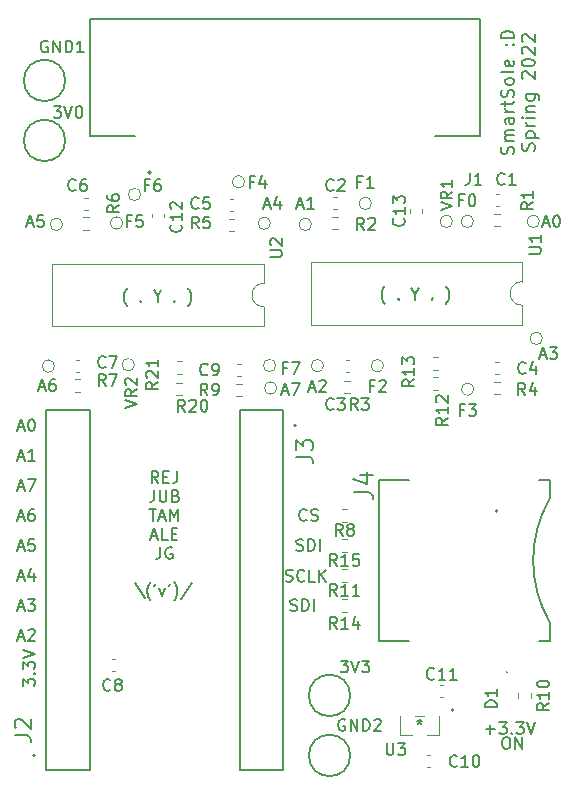
<source format=gbr>
%TF.GenerationSoftware,KiCad,Pcbnew,(6.0.2)*%
%TF.CreationDate,2022-03-10T22:08:29-05:00*%
%TF.ProjectId,SmartSole-Rev1,536d6172-7453-46f6-9c65-2d526576312e,rev?*%
%TF.SameCoordinates,Original*%
%TF.FileFunction,Legend,Top*%
%TF.FilePolarity,Positive*%
%FSLAX46Y46*%
G04 Gerber Fmt 4.6, Leading zero omitted, Abs format (unit mm)*
G04 Created by KiCad (PCBNEW (6.0.2)) date 2022-03-10 22:08:29*
%MOMM*%
%LPD*%
G01*
G04 APERTURE LIST*
%ADD10C,0.150000*%
%ADD11C,0.120000*%
%ADD12C,0.127000*%
%ADD13C,0.200000*%
G04 APERTURE END LIST*
D10*
X92200881Y-57868502D02*
X92153262Y-57820883D01*
X92058024Y-57678026D01*
X92010405Y-57582788D01*
X91962786Y-57439930D01*
X91915167Y-57201835D01*
X91915167Y-57011359D01*
X91962786Y-56773264D01*
X92010405Y-56630407D01*
X92058024Y-56535169D01*
X92153262Y-56392311D01*
X92200881Y-56344692D01*
X93343738Y-57392311D02*
X93391357Y-57439930D01*
X93343738Y-57487549D01*
X93296119Y-57439930D01*
X93343738Y-57392311D01*
X93343738Y-57487549D01*
X94772310Y-57011359D02*
X94772310Y-57487549D01*
X94438976Y-56487549D02*
X94772310Y-57011359D01*
X95105643Y-56487549D01*
X96200881Y-57392311D02*
X96248500Y-57439930D01*
X96200881Y-57487549D01*
X96153262Y-57439930D01*
X96200881Y-57392311D01*
X96200881Y-57487549D01*
X97343738Y-57868502D02*
X97391357Y-57820883D01*
X97486595Y-57678026D01*
X97534214Y-57582788D01*
X97581833Y-57439930D01*
X97629452Y-57201835D01*
X97629452Y-57011359D01*
X97581833Y-56773264D01*
X97534214Y-56630407D01*
X97486595Y-56535169D01*
X97391357Y-56392311D01*
X97343738Y-56344692D01*
X70371760Y-58047430D02*
X70324141Y-57999811D01*
X70228903Y-57856954D01*
X70181284Y-57761716D01*
X70133665Y-57618858D01*
X70086046Y-57380763D01*
X70086046Y-57190287D01*
X70133665Y-56952192D01*
X70181284Y-56809335D01*
X70228903Y-56714097D01*
X70324141Y-56571239D01*
X70371760Y-56523620D01*
X71514617Y-57571239D02*
X71562236Y-57618858D01*
X71514617Y-57666477D01*
X71466998Y-57618858D01*
X71514617Y-57571239D01*
X71514617Y-57666477D01*
X72943189Y-57190287D02*
X72943189Y-57666477D01*
X72609855Y-56666477D02*
X72943189Y-57190287D01*
X73276522Y-56666477D01*
X74371760Y-57571239D02*
X74419379Y-57618858D01*
X74371760Y-57666477D01*
X74324141Y-57618858D01*
X74371760Y-57571239D01*
X74371760Y-57666477D01*
X75514617Y-58047430D02*
X75562236Y-57999811D01*
X75657474Y-57856954D01*
X75705093Y-57761716D01*
X75752712Y-57618858D01*
X75800331Y-57380763D01*
X75800331Y-57190287D01*
X75752712Y-56952192D01*
X75705093Y-56809335D01*
X75657474Y-56714097D01*
X75562236Y-56571239D01*
X75514617Y-56523620D01*
X71056308Y-81477142D02*
X71913451Y-82762857D01*
X72342022Y-82953333D02*
X72294403Y-82905714D01*
X72199165Y-82762857D01*
X72151546Y-82667619D01*
X72103927Y-82524761D01*
X72056308Y-82286666D01*
X72056308Y-82096190D01*
X72103927Y-81858095D01*
X72151546Y-81715238D01*
X72199165Y-81620000D01*
X72294403Y-81477142D01*
X72342022Y-81429523D01*
X72770594Y-81572380D02*
X72675356Y-81762857D01*
X73103927Y-81905714D02*
X73342022Y-82572380D01*
X73580118Y-81905714D01*
X74008689Y-81572380D02*
X73913451Y-81762857D01*
X74342022Y-82953333D02*
X74389641Y-82905714D01*
X74484879Y-82762857D01*
X74532499Y-82667619D01*
X74580118Y-82524761D01*
X74627737Y-82286666D01*
X74627737Y-82096190D01*
X74580118Y-81858095D01*
X74532499Y-81715238D01*
X74484879Y-81620000D01*
X74389641Y-81477142D01*
X74342022Y-81429523D01*
X75818213Y-81524761D02*
X74961070Y-82810476D01*
X73008689Y-73002380D02*
X72675356Y-72526190D01*
X72437260Y-73002380D02*
X72437260Y-72002380D01*
X72818213Y-72002380D01*
X72913451Y-72050000D01*
X72961070Y-72097619D01*
X73008689Y-72192857D01*
X73008689Y-72335714D01*
X72961070Y-72430952D01*
X72913451Y-72478571D01*
X72818213Y-72526190D01*
X72437260Y-72526190D01*
X73437260Y-72478571D02*
X73770594Y-72478571D01*
X73913451Y-73002380D02*
X73437260Y-73002380D01*
X73437260Y-72002380D01*
X73913451Y-72002380D01*
X74627737Y-72002380D02*
X74627737Y-72716666D01*
X74580118Y-72859523D01*
X74484879Y-72954761D01*
X74342022Y-73002380D01*
X74246784Y-73002380D01*
X72651546Y-73612380D02*
X72651546Y-74326666D01*
X72603927Y-74469523D01*
X72508689Y-74564761D01*
X72365832Y-74612380D01*
X72270594Y-74612380D01*
X73127737Y-73612380D02*
X73127737Y-74421904D01*
X73175356Y-74517142D01*
X73222975Y-74564761D01*
X73318213Y-74612380D01*
X73508689Y-74612380D01*
X73603927Y-74564761D01*
X73651546Y-74517142D01*
X73699165Y-74421904D01*
X73699165Y-73612380D01*
X74508689Y-74088571D02*
X74651546Y-74136190D01*
X74699165Y-74183809D01*
X74746784Y-74279047D01*
X74746784Y-74421904D01*
X74699165Y-74517142D01*
X74651546Y-74564761D01*
X74556308Y-74612380D01*
X74175356Y-74612380D01*
X74175356Y-73612380D01*
X74508689Y-73612380D01*
X74603927Y-73660000D01*
X74651546Y-73707619D01*
X74699165Y-73802857D01*
X74699165Y-73898095D01*
X74651546Y-73993333D01*
X74603927Y-74040952D01*
X74508689Y-74088571D01*
X74175356Y-74088571D01*
X72246784Y-75222380D02*
X72818213Y-75222380D01*
X72532499Y-76222380D02*
X72532499Y-75222380D01*
X73103927Y-75936666D02*
X73580118Y-75936666D01*
X73008689Y-76222380D02*
X73342022Y-75222380D01*
X73675356Y-76222380D01*
X74008689Y-76222380D02*
X74008689Y-75222380D01*
X74342022Y-75936666D01*
X74675356Y-75222380D01*
X74675356Y-76222380D01*
X72437260Y-77546666D02*
X72913451Y-77546666D01*
X72342022Y-77832380D02*
X72675356Y-76832380D01*
X73008689Y-77832380D01*
X73818213Y-77832380D02*
X73342022Y-77832380D01*
X73342022Y-76832380D01*
X74151546Y-77308571D02*
X74484879Y-77308571D01*
X74627737Y-77832380D02*
X74151546Y-77832380D01*
X74151546Y-76832380D01*
X74627737Y-76832380D01*
X73175356Y-78442380D02*
X73175356Y-79156666D01*
X73127737Y-79299523D01*
X73032499Y-79394761D01*
X72889641Y-79442380D01*
X72794403Y-79442380D01*
X74175356Y-78490000D02*
X74080118Y-78442380D01*
X73937260Y-78442380D01*
X73794403Y-78490000D01*
X73699165Y-78585238D01*
X73651546Y-78680476D01*
X73603927Y-78870952D01*
X73603927Y-79013809D01*
X73651546Y-79204285D01*
X73699165Y-79299523D01*
X73794403Y-79394761D01*
X73937260Y-79442380D01*
X74032499Y-79442380D01*
X74175356Y-79394761D01*
X74222975Y-79347142D01*
X74222975Y-79013809D01*
X74032499Y-79013809D01*
X61134213Y-78476666D02*
X61610403Y-78476666D01*
X61038975Y-78762380D02*
X61372308Y-77762380D01*
X61705641Y-78762380D01*
X62515165Y-77762380D02*
X62038975Y-77762380D01*
X61991356Y-78238571D01*
X62038975Y-78190952D01*
X62134213Y-78143333D01*
X62372308Y-78143333D01*
X62467546Y-78190952D01*
X62515165Y-78238571D01*
X62562784Y-78333809D01*
X62562784Y-78571904D01*
X62515165Y-78667142D01*
X62467546Y-78714761D01*
X62372308Y-78762380D01*
X62134213Y-78762380D01*
X62038975Y-78714761D01*
X61991356Y-78667142D01*
X61134213Y-73396666D02*
X61610403Y-73396666D01*
X61038975Y-73682380D02*
X61372308Y-72682380D01*
X61705641Y-73682380D01*
X61943737Y-72682380D02*
X62610403Y-72682380D01*
X62181832Y-73682380D01*
X61134213Y-81016666D02*
X61610403Y-81016666D01*
X61038975Y-81302380D02*
X61372308Y-80302380D01*
X61705641Y-81302380D01*
X62467546Y-80635714D02*
X62467546Y-81302380D01*
X62229451Y-80254761D02*
X61991356Y-80969047D01*
X62610403Y-80969047D01*
X61554879Y-90200190D02*
X61554879Y-89581142D01*
X61935832Y-89914476D01*
X61935832Y-89771619D01*
X61983451Y-89676380D01*
X62031070Y-89628761D01*
X62126308Y-89581142D01*
X62364403Y-89581142D01*
X62459641Y-89628761D01*
X62507260Y-89676380D01*
X62554879Y-89771619D01*
X62554879Y-90057333D01*
X62507260Y-90152571D01*
X62459641Y-90200190D01*
X62459641Y-89152571D02*
X62507260Y-89104952D01*
X62554879Y-89152571D01*
X62507260Y-89200190D01*
X62459641Y-89152571D01*
X62554879Y-89152571D01*
X61554879Y-88771619D02*
X61554879Y-88152571D01*
X61935832Y-88485904D01*
X61935832Y-88343047D01*
X61983451Y-88247809D01*
X62031070Y-88200190D01*
X62126308Y-88152571D01*
X62364403Y-88152571D01*
X62459641Y-88200190D01*
X62507260Y-88247809D01*
X62554879Y-88343047D01*
X62554879Y-88628761D01*
X62507260Y-88724000D01*
X62459641Y-88771619D01*
X61554879Y-87866857D02*
X62554879Y-87533523D01*
X61554879Y-87200190D01*
X83804548Y-81316612D02*
X83947405Y-81364231D01*
X84185501Y-81364231D01*
X84280739Y-81316612D01*
X84328358Y-81268993D01*
X84375977Y-81173755D01*
X84375977Y-81078517D01*
X84328358Y-80983279D01*
X84280739Y-80935660D01*
X84185501Y-80888041D01*
X83995025Y-80840422D01*
X83899786Y-80792803D01*
X83852167Y-80745184D01*
X83804548Y-80649946D01*
X83804548Y-80554708D01*
X83852167Y-80459470D01*
X83899786Y-80411851D01*
X83995025Y-80364231D01*
X84233120Y-80364231D01*
X84375977Y-80411851D01*
X85375977Y-81268993D02*
X85328358Y-81316612D01*
X85185501Y-81364231D01*
X85090263Y-81364231D01*
X84947405Y-81316612D01*
X84852167Y-81221374D01*
X84804548Y-81126136D01*
X84756929Y-80935660D01*
X84756929Y-80792803D01*
X84804548Y-80602327D01*
X84852167Y-80507089D01*
X84947405Y-80411851D01*
X85090263Y-80364231D01*
X85185501Y-80364231D01*
X85328358Y-80411851D01*
X85375977Y-80459470D01*
X86280739Y-81364231D02*
X85804548Y-81364231D01*
X85804548Y-80364231D01*
X86614072Y-81364231D02*
X86614072Y-80364231D01*
X87185501Y-81364231D02*
X86756929Y-80792803D01*
X87185501Y-80364231D02*
X86614072Y-80935660D01*
X61134213Y-83556666D02*
X61610403Y-83556666D01*
X61038975Y-83842380D02*
X61372308Y-82842380D01*
X61705641Y-83842380D01*
X61943737Y-82842380D02*
X62562784Y-82842380D01*
X62229451Y-83223333D01*
X62372308Y-83223333D01*
X62467546Y-83270952D01*
X62515165Y-83318571D01*
X62562784Y-83413809D01*
X62562784Y-83651904D01*
X62515165Y-83747142D01*
X62467546Y-83794761D01*
X62372308Y-83842380D01*
X62086594Y-83842380D01*
X61991356Y-83794761D01*
X61943737Y-83747142D01*
X84700689Y-78714761D02*
X84843546Y-78762380D01*
X85081641Y-78762380D01*
X85176879Y-78714761D01*
X85224499Y-78667142D01*
X85272118Y-78571904D01*
X85272118Y-78476666D01*
X85224499Y-78381428D01*
X85176879Y-78333809D01*
X85081641Y-78286190D01*
X84891165Y-78238571D01*
X84795927Y-78190952D01*
X84748308Y-78143333D01*
X84700689Y-78048095D01*
X84700689Y-77952857D01*
X84748308Y-77857619D01*
X84795927Y-77810000D01*
X84891165Y-77762380D01*
X85129260Y-77762380D01*
X85272118Y-77810000D01*
X85700689Y-78762380D02*
X85700689Y-77762380D01*
X85938784Y-77762380D01*
X86081641Y-77810000D01*
X86176879Y-77905238D01*
X86224499Y-78000476D01*
X86272118Y-78190952D01*
X86272118Y-78333809D01*
X86224499Y-78524285D01*
X86176879Y-78619523D01*
X86081641Y-78714761D01*
X85938784Y-78762380D01*
X85700689Y-78762380D01*
X86700689Y-78762380D02*
X86700689Y-77762380D01*
X61134213Y-70856666D02*
X61610403Y-70856666D01*
X61038975Y-71142380D02*
X61372308Y-70142380D01*
X61705641Y-71142380D01*
X62562784Y-71142380D02*
X61991356Y-71142380D01*
X62277070Y-71142380D02*
X62277070Y-70142380D01*
X62181832Y-70285238D01*
X62086594Y-70380476D01*
X61991356Y-70428095D01*
X84192689Y-83794761D02*
X84335546Y-83842380D01*
X84573641Y-83842380D01*
X84668879Y-83794761D01*
X84716499Y-83747142D01*
X84764118Y-83651904D01*
X84764118Y-83556666D01*
X84716499Y-83461428D01*
X84668879Y-83413809D01*
X84573641Y-83366190D01*
X84383165Y-83318571D01*
X84287927Y-83270952D01*
X84240308Y-83223333D01*
X84192689Y-83128095D01*
X84192689Y-83032857D01*
X84240308Y-82937619D01*
X84287927Y-82890000D01*
X84383165Y-82842380D01*
X84621260Y-82842380D01*
X84764118Y-82890000D01*
X85192689Y-83842380D02*
X85192689Y-82842380D01*
X85430784Y-82842380D01*
X85573641Y-82890000D01*
X85668879Y-82985238D01*
X85716499Y-83080476D01*
X85764118Y-83270952D01*
X85764118Y-83413809D01*
X85716499Y-83604285D01*
X85668879Y-83699523D01*
X85573641Y-83794761D01*
X85430784Y-83842380D01*
X85192689Y-83842380D01*
X86192689Y-83842380D02*
X86192689Y-82842380D01*
X100742499Y-93875428D02*
X101504403Y-93875428D01*
X101123451Y-94256380D02*
X101123451Y-93494476D01*
X101885356Y-93256380D02*
X102504403Y-93256380D01*
X102171070Y-93637333D01*
X102313927Y-93637333D01*
X102409165Y-93684952D01*
X102456784Y-93732571D01*
X102504403Y-93827809D01*
X102504403Y-94065904D01*
X102456784Y-94161142D01*
X102409165Y-94208761D01*
X102313927Y-94256380D01*
X102028213Y-94256380D01*
X101932975Y-94208761D01*
X101885356Y-94161142D01*
X102932975Y-94161142D02*
X102980594Y-94208761D01*
X102932975Y-94256380D01*
X102885356Y-94208761D01*
X102932975Y-94161142D01*
X102932975Y-94256380D01*
X103313927Y-93256380D02*
X103932975Y-93256380D01*
X103599641Y-93637333D01*
X103742499Y-93637333D01*
X103837737Y-93684952D01*
X103885356Y-93732571D01*
X103932975Y-93827809D01*
X103932975Y-94065904D01*
X103885356Y-94161142D01*
X103837737Y-94208761D01*
X103742499Y-94256380D01*
X103456784Y-94256380D01*
X103361546Y-94208761D01*
X103313927Y-94161142D01*
X104218689Y-93256380D02*
X104552022Y-94256380D01*
X104885356Y-93256380D01*
X85557832Y-76127142D02*
X85510213Y-76174761D01*
X85367356Y-76222380D01*
X85272118Y-76222380D01*
X85129260Y-76174761D01*
X85034022Y-76079523D01*
X84986403Y-75984285D01*
X84938784Y-75793809D01*
X84938784Y-75650952D01*
X84986403Y-75460476D01*
X85034022Y-75365238D01*
X85129260Y-75270000D01*
X85272118Y-75222380D01*
X85367356Y-75222380D01*
X85510213Y-75270000D01*
X85557832Y-75317619D01*
X85938784Y-76174761D02*
X86081641Y-76222380D01*
X86319737Y-76222380D01*
X86414975Y-76174761D01*
X86462594Y-76127142D01*
X86510213Y-76031904D01*
X86510213Y-75936666D01*
X86462594Y-75841428D01*
X86414975Y-75793809D01*
X86319737Y-75746190D01*
X86129260Y-75698571D01*
X86034022Y-75650952D01*
X85986403Y-75603333D01*
X85938784Y-75508095D01*
X85938784Y-75412857D01*
X85986403Y-75317619D01*
X86034022Y-75270000D01*
X86129260Y-75222380D01*
X86367356Y-75222380D01*
X86510213Y-75270000D01*
X102377451Y-94526380D02*
X102567927Y-94526380D01*
X102663165Y-94574000D01*
X102758403Y-94669238D01*
X102806022Y-94859714D01*
X102806022Y-95193047D01*
X102758403Y-95383523D01*
X102663165Y-95478761D01*
X102567927Y-95526380D01*
X102377451Y-95526380D01*
X102282213Y-95478761D01*
X102186975Y-95383523D01*
X102139356Y-95193047D01*
X102139356Y-94859714D01*
X102186975Y-94669238D01*
X102282213Y-94574000D01*
X102377451Y-94526380D01*
X103234594Y-95526380D02*
X103234594Y-94526380D01*
X103806022Y-95526380D01*
X103806022Y-94526380D01*
X61134213Y-86096666D02*
X61610403Y-86096666D01*
X61038975Y-86382380D02*
X61372308Y-85382380D01*
X61705641Y-86382380D01*
X61991356Y-85477619D02*
X62038975Y-85430000D01*
X62134213Y-85382380D01*
X62372308Y-85382380D01*
X62467546Y-85430000D01*
X62515165Y-85477619D01*
X62562784Y-85572857D01*
X62562784Y-85668095D01*
X62515165Y-85810952D01*
X61943737Y-86382380D01*
X62562784Y-86382380D01*
X61134213Y-75936666D02*
X61610403Y-75936666D01*
X61038975Y-76222380D02*
X61372308Y-75222380D01*
X61705641Y-76222380D01*
X62467546Y-75222380D02*
X62277070Y-75222380D01*
X62181832Y-75270000D01*
X62134213Y-75317619D01*
X62038975Y-75460476D01*
X61991356Y-75650952D01*
X61991356Y-76031904D01*
X62038975Y-76127142D01*
X62086594Y-76174761D01*
X62181832Y-76222380D01*
X62372308Y-76222380D01*
X62467546Y-76174761D01*
X62515165Y-76127142D01*
X62562784Y-76031904D01*
X62562784Y-75793809D01*
X62515165Y-75698571D01*
X62467546Y-75650952D01*
X62372308Y-75603333D01*
X62181832Y-75603333D01*
X62086594Y-75650952D01*
X62038975Y-75698571D01*
X61991356Y-75793809D01*
X103064237Y-45167904D02*
X103116618Y-45010761D01*
X103116618Y-44748857D01*
X103064237Y-44644095D01*
X103011856Y-44591714D01*
X102907094Y-44539333D01*
X102802332Y-44539333D01*
X102697570Y-44591714D01*
X102645189Y-44644095D01*
X102592808Y-44748857D01*
X102540427Y-44958380D01*
X102488046Y-45063142D01*
X102435665Y-45115523D01*
X102330903Y-45167904D01*
X102226141Y-45167904D01*
X102121379Y-45115523D01*
X102068999Y-45063142D01*
X102016618Y-44958380D01*
X102016618Y-44696476D01*
X102068999Y-44539333D01*
X103116618Y-44067904D02*
X102383284Y-44067904D01*
X102488046Y-44067904D02*
X102435665Y-44015523D01*
X102383284Y-43910761D01*
X102383284Y-43753619D01*
X102435665Y-43648857D01*
X102540427Y-43596476D01*
X103116618Y-43596476D01*
X102540427Y-43596476D02*
X102435665Y-43544095D01*
X102383284Y-43439333D01*
X102383284Y-43282190D01*
X102435665Y-43177428D01*
X102540427Y-43125047D01*
X103116618Y-43125047D01*
X103116618Y-42129809D02*
X102540427Y-42129809D01*
X102435665Y-42182190D01*
X102383284Y-42286952D01*
X102383284Y-42496476D01*
X102435665Y-42601238D01*
X103064237Y-42129809D02*
X103116618Y-42234571D01*
X103116618Y-42496476D01*
X103064237Y-42601238D01*
X102959475Y-42653619D01*
X102854713Y-42653619D01*
X102749951Y-42601238D01*
X102697570Y-42496476D01*
X102697570Y-42234571D01*
X102645189Y-42129809D01*
X103116618Y-41606000D02*
X102383284Y-41606000D01*
X102592808Y-41606000D02*
X102488046Y-41553619D01*
X102435665Y-41501238D01*
X102383284Y-41396476D01*
X102383284Y-41291714D01*
X102383284Y-41082190D02*
X102383284Y-40663142D01*
X102016618Y-40925047D02*
X102959475Y-40925047D01*
X103064237Y-40872666D01*
X103116618Y-40767904D01*
X103116618Y-40663142D01*
X103064237Y-40348857D02*
X103116618Y-40191714D01*
X103116618Y-39929809D01*
X103064237Y-39825047D01*
X103011856Y-39772666D01*
X102907094Y-39720285D01*
X102802332Y-39720285D01*
X102697570Y-39772666D01*
X102645189Y-39825047D01*
X102592808Y-39929809D01*
X102540427Y-40139333D01*
X102488046Y-40244095D01*
X102435665Y-40296476D01*
X102330903Y-40348857D01*
X102226141Y-40348857D01*
X102121379Y-40296476D01*
X102068999Y-40244095D01*
X102016618Y-40139333D01*
X102016618Y-39877428D01*
X102068999Y-39720285D01*
X103116618Y-39091714D02*
X103064237Y-39196476D01*
X103011856Y-39248857D01*
X102907094Y-39301238D01*
X102592808Y-39301238D01*
X102488046Y-39248857D01*
X102435665Y-39196476D01*
X102383284Y-39091714D01*
X102383284Y-38934571D01*
X102435665Y-38829809D01*
X102488046Y-38777428D01*
X102592808Y-38725047D01*
X102907094Y-38725047D01*
X103011856Y-38777428D01*
X103064237Y-38829809D01*
X103116618Y-38934571D01*
X103116618Y-39091714D01*
X103116618Y-38096476D02*
X103064237Y-38201238D01*
X102959475Y-38253619D01*
X102016618Y-38253619D01*
X103064237Y-37258380D02*
X103116618Y-37363142D01*
X103116618Y-37572666D01*
X103064237Y-37677428D01*
X102959475Y-37729809D01*
X102540427Y-37729809D01*
X102435665Y-37677428D01*
X102383284Y-37572666D01*
X102383284Y-37363142D01*
X102435665Y-37258380D01*
X102540427Y-37206000D01*
X102645189Y-37206000D01*
X102749951Y-37729809D01*
X103011856Y-35896476D02*
X103064237Y-35844095D01*
X103116618Y-35896476D01*
X103064237Y-35948857D01*
X103011856Y-35896476D01*
X103116618Y-35896476D01*
X102435665Y-35896476D02*
X102488046Y-35844095D01*
X102540427Y-35896476D01*
X102488046Y-35948857D01*
X102435665Y-35896476D01*
X102540427Y-35896476D01*
X103116618Y-35372666D02*
X102016618Y-35372666D01*
X102016618Y-35110761D01*
X102068999Y-34953619D01*
X102173760Y-34848857D01*
X102278522Y-34796476D01*
X102488046Y-34744095D01*
X102645189Y-34744095D01*
X102854713Y-34796476D01*
X102959475Y-34848857D01*
X103064237Y-34953619D01*
X103116618Y-35110761D01*
X103116618Y-35372666D01*
X104835237Y-44879809D02*
X104887618Y-44722666D01*
X104887618Y-44460761D01*
X104835237Y-44356000D01*
X104782856Y-44303619D01*
X104678094Y-44251238D01*
X104573332Y-44251238D01*
X104468570Y-44303619D01*
X104416189Y-44356000D01*
X104363808Y-44460761D01*
X104311427Y-44670285D01*
X104259046Y-44775047D01*
X104206665Y-44827428D01*
X104101903Y-44879809D01*
X103997141Y-44879809D01*
X103892379Y-44827428D01*
X103839999Y-44775047D01*
X103787618Y-44670285D01*
X103787618Y-44408380D01*
X103839999Y-44251238D01*
X104154284Y-43779809D02*
X105254284Y-43779809D01*
X104206665Y-43779809D02*
X104154284Y-43675047D01*
X104154284Y-43465523D01*
X104206665Y-43360761D01*
X104259046Y-43308380D01*
X104363808Y-43256000D01*
X104678094Y-43256000D01*
X104782856Y-43308380D01*
X104835237Y-43360761D01*
X104887618Y-43465523D01*
X104887618Y-43675047D01*
X104835237Y-43779809D01*
X104887618Y-42784571D02*
X104154284Y-42784571D01*
X104363808Y-42784571D02*
X104259046Y-42732190D01*
X104206665Y-42679809D01*
X104154284Y-42575047D01*
X104154284Y-42470285D01*
X104887618Y-42103619D02*
X104154284Y-42103619D01*
X103787618Y-42103619D02*
X103839999Y-42156000D01*
X103892379Y-42103619D01*
X103839999Y-42051238D01*
X103787618Y-42103619D01*
X103892379Y-42103619D01*
X104154284Y-41579809D02*
X104887618Y-41579809D01*
X104259046Y-41579809D02*
X104206665Y-41527428D01*
X104154284Y-41422666D01*
X104154284Y-41265523D01*
X104206665Y-41160761D01*
X104311427Y-41108380D01*
X104887618Y-41108380D01*
X104154284Y-40113142D02*
X105044760Y-40113142D01*
X105149522Y-40165523D01*
X105201903Y-40217904D01*
X105254284Y-40322666D01*
X105254284Y-40479809D01*
X105201903Y-40584571D01*
X104835237Y-40113142D02*
X104887618Y-40217904D01*
X104887618Y-40427428D01*
X104835237Y-40532190D01*
X104782856Y-40584571D01*
X104678094Y-40636952D01*
X104363808Y-40636952D01*
X104259046Y-40584571D01*
X104206665Y-40532190D01*
X104154284Y-40427428D01*
X104154284Y-40217904D01*
X104206665Y-40113142D01*
X103892379Y-38803619D02*
X103839999Y-38751238D01*
X103787618Y-38646476D01*
X103787618Y-38384571D01*
X103839999Y-38279809D01*
X103892379Y-38227428D01*
X103997141Y-38175047D01*
X104101903Y-38175047D01*
X104259046Y-38227428D01*
X104887618Y-38856000D01*
X104887618Y-38175047D01*
X103787618Y-37494095D02*
X103787618Y-37389333D01*
X103839999Y-37284571D01*
X103892379Y-37232190D01*
X103997141Y-37179809D01*
X104206665Y-37127428D01*
X104468570Y-37127428D01*
X104678094Y-37179809D01*
X104782856Y-37232190D01*
X104835237Y-37284571D01*
X104887618Y-37389333D01*
X104887618Y-37494095D01*
X104835237Y-37598857D01*
X104782856Y-37651238D01*
X104678094Y-37703619D01*
X104468570Y-37756000D01*
X104206665Y-37756000D01*
X103997141Y-37703619D01*
X103892379Y-37651238D01*
X103839999Y-37598857D01*
X103787618Y-37494095D01*
X103892379Y-36708380D02*
X103839999Y-36656000D01*
X103787618Y-36551238D01*
X103787618Y-36289333D01*
X103839999Y-36184571D01*
X103892379Y-36132190D01*
X103997141Y-36079809D01*
X104101903Y-36079809D01*
X104259046Y-36132190D01*
X104887618Y-36760761D01*
X104887618Y-36079809D01*
X103892379Y-35660761D02*
X103839999Y-35608380D01*
X103787618Y-35503619D01*
X103787618Y-35241714D01*
X103839999Y-35136952D01*
X103892379Y-35084571D01*
X103997141Y-35032190D01*
X104101903Y-35032190D01*
X104259046Y-35084571D01*
X104887618Y-35713142D01*
X104887618Y-35032190D01*
X61134213Y-68316666D02*
X61610403Y-68316666D01*
X61038975Y-68602380D02*
X61372308Y-67602380D01*
X61705641Y-68602380D01*
X62229451Y-67602380D02*
X62324689Y-67602380D01*
X62419927Y-67650000D01*
X62467546Y-67697619D01*
X62515165Y-67792857D01*
X62562784Y-67983333D01*
X62562784Y-68221428D01*
X62515165Y-68411904D01*
X62467546Y-68507142D01*
X62419927Y-68554761D01*
X62324689Y-68602380D01*
X62229451Y-68602380D01*
X62134213Y-68554761D01*
X62086594Y-68507142D01*
X62038975Y-68411904D01*
X61991356Y-68221428D01*
X61991356Y-67983333D01*
X62038975Y-67792857D01*
X62086594Y-67697619D01*
X62134213Y-67650000D01*
X62229451Y-67602380D01*
%TO.C,R21*%
X72968879Y-64474857D02*
X72492689Y-64808190D01*
X72968879Y-65046285D02*
X71968879Y-65046285D01*
X71968879Y-64665333D01*
X72016499Y-64570095D01*
X72064118Y-64522476D01*
X72159356Y-64474857D01*
X72302213Y-64474857D01*
X72397451Y-64522476D01*
X72445070Y-64570095D01*
X72492689Y-64665333D01*
X72492689Y-65046285D01*
X72064118Y-64093904D02*
X72016499Y-64046285D01*
X71968879Y-63951047D01*
X71968879Y-63712952D01*
X72016499Y-63617714D01*
X72064118Y-63570095D01*
X72159356Y-63522476D01*
X72254594Y-63522476D01*
X72397451Y-63570095D01*
X72968879Y-64141523D01*
X72968879Y-63522476D01*
X72968879Y-62570095D02*
X72968879Y-63141523D01*
X72968879Y-62855809D02*
X71968879Y-62855809D01*
X72111737Y-62951047D01*
X72206975Y-63046285D01*
X72254594Y-63141523D01*
%TO.C,R12*%
X97494318Y-67511974D02*
X97018128Y-67845307D01*
X97494318Y-68083402D02*
X96494318Y-68083402D01*
X96494318Y-67702450D01*
X96541938Y-67607212D01*
X96589557Y-67559593D01*
X96684795Y-67511974D01*
X96827652Y-67511974D01*
X96922890Y-67559593D01*
X96970509Y-67607212D01*
X97018128Y-67702450D01*
X97018128Y-68083402D01*
X97494318Y-66559593D02*
X97494318Y-67131021D01*
X97494318Y-66845307D02*
X96494318Y-66845307D01*
X96637176Y-66940545D01*
X96732414Y-67035783D01*
X96780033Y-67131021D01*
X96589557Y-66178640D02*
X96541938Y-66131021D01*
X96494318Y-66035783D01*
X96494318Y-65797688D01*
X96541938Y-65702450D01*
X96589557Y-65654831D01*
X96684795Y-65607212D01*
X96780033Y-65607212D01*
X96922890Y-65654831D01*
X97494318Y-66226259D01*
X97494318Y-65607212D01*
%TO.C,3V3*%
X88441687Y-88057298D02*
X89060735Y-88057298D01*
X88727402Y-88438251D01*
X88870259Y-88438251D01*
X88965497Y-88485870D01*
X89013116Y-88533489D01*
X89060735Y-88628727D01*
X89060735Y-88866822D01*
X89013116Y-88962060D01*
X88965497Y-89009679D01*
X88870259Y-89057298D01*
X88584544Y-89057298D01*
X88489306Y-89009679D01*
X88441687Y-88962060D01*
X89346449Y-88057298D02*
X89679783Y-89057298D01*
X90013116Y-88057298D01*
X90251211Y-88057298D02*
X90870259Y-88057298D01*
X90536925Y-88438251D01*
X90679783Y-88438251D01*
X90775021Y-88485870D01*
X90822640Y-88533489D01*
X90870259Y-88628727D01*
X90870259Y-88866822D01*
X90822640Y-88962060D01*
X90775021Y-89009679D01*
X90679783Y-89057298D01*
X90394068Y-89057298D01*
X90298830Y-89009679D01*
X90251211Y-88962060D01*
%TO.C,J3*%
X84694832Y-70791666D02*
X85694832Y-70791666D01*
X85894832Y-70858333D01*
X86028165Y-70991666D01*
X86094832Y-71191666D01*
X86094832Y-71325000D01*
X84694832Y-70258333D02*
X84694832Y-69391666D01*
X85228165Y-69858333D01*
X85228165Y-69658333D01*
X85294832Y-69525000D01*
X85361499Y-69458333D01*
X85494832Y-69391666D01*
X85828165Y-69391666D01*
X85961499Y-69458333D01*
X86028165Y-69525000D01*
X86094832Y-69658333D01*
X86094832Y-70058333D01*
X86028165Y-70191666D01*
X85961499Y-70258333D01*
%TO.C,R9*%
X77170831Y-65603380D02*
X76837498Y-65127190D01*
X76599402Y-65603380D02*
X76599402Y-64603380D01*
X76980355Y-64603380D01*
X77075593Y-64651000D01*
X77123212Y-64698619D01*
X77170831Y-64793857D01*
X77170831Y-64936714D01*
X77123212Y-65031952D01*
X77075593Y-65079571D01*
X76980355Y-65127190D01*
X76599402Y-65127190D01*
X77647021Y-65603380D02*
X77837498Y-65603380D01*
X77932736Y-65555761D01*
X77980355Y-65508142D01*
X78075593Y-65365285D01*
X78123212Y-65174809D01*
X78123212Y-64793857D01*
X78075593Y-64698619D01*
X78027974Y-64651000D01*
X77932736Y-64603380D01*
X77742259Y-64603380D01*
X77647021Y-64651000D01*
X77599402Y-64698619D01*
X77551783Y-64793857D01*
X77551783Y-65031952D01*
X77599402Y-65127190D01*
X77647021Y-65174809D01*
X77742259Y-65222428D01*
X77932736Y-65222428D01*
X78027974Y-65174809D01*
X78075593Y-65127190D01*
X78123212Y-65031952D01*
%TO.C,F0*%
X98802572Y-49068287D02*
X98469239Y-49068287D01*
X98469239Y-49592096D02*
X98469239Y-48592096D01*
X98945429Y-48592096D01*
X99516858Y-48592096D02*
X99612096Y-48592096D01*
X99707334Y-48639716D01*
X99754953Y-48687335D01*
X99802572Y-48782573D01*
X99850191Y-48973049D01*
X99850191Y-49211144D01*
X99802572Y-49401620D01*
X99754953Y-49496858D01*
X99707334Y-49544477D01*
X99612096Y-49592096D01*
X99516858Y-49592096D01*
X99421620Y-49544477D01*
X99374001Y-49496858D01*
X99326382Y-49401620D01*
X99278763Y-49211144D01*
X99278763Y-48973049D01*
X99326382Y-48782573D01*
X99374001Y-48687335D01*
X99421620Y-48639716D01*
X99516858Y-48592096D01*
%TO.C,3V0*%
X64148659Y-41104693D02*
X64767707Y-41104693D01*
X64434374Y-41485646D01*
X64577231Y-41485646D01*
X64672469Y-41533265D01*
X64720088Y-41580884D01*
X64767707Y-41676122D01*
X64767707Y-41914217D01*
X64720088Y-42009455D01*
X64672469Y-42057074D01*
X64577231Y-42104693D01*
X64291516Y-42104693D01*
X64196278Y-42057074D01*
X64148659Y-42009455D01*
X65053421Y-41104693D02*
X65386755Y-42104693D01*
X65720088Y-41104693D01*
X66243897Y-41104693D02*
X66339135Y-41104693D01*
X66434374Y-41152313D01*
X66481993Y-41199932D01*
X66529612Y-41295170D01*
X66577231Y-41485646D01*
X66577231Y-41723741D01*
X66529612Y-41914217D01*
X66481993Y-42009455D01*
X66434374Y-42057074D01*
X66339135Y-42104693D01*
X66243897Y-42104693D01*
X66148659Y-42057074D01*
X66101040Y-42009455D01*
X66053421Y-41914217D01*
X66005802Y-41723741D01*
X66005802Y-41485646D01*
X66053421Y-41295170D01*
X66101040Y-41199932D01*
X66148659Y-41152313D01*
X66243897Y-41104693D01*
%TO.C,R13*%
X94680444Y-64255917D02*
X94204254Y-64589250D01*
X94680444Y-64827345D02*
X93680444Y-64827345D01*
X93680444Y-64446393D01*
X93728064Y-64351155D01*
X93775683Y-64303536D01*
X93870921Y-64255917D01*
X94013778Y-64255917D01*
X94109016Y-64303536D01*
X94156635Y-64351155D01*
X94204254Y-64446393D01*
X94204254Y-64827345D01*
X94680444Y-63303536D02*
X94680444Y-63874964D01*
X94680444Y-63589250D02*
X93680444Y-63589250D01*
X93823302Y-63684488D01*
X93918540Y-63779726D01*
X93966159Y-63874964D01*
X93680444Y-62970202D02*
X93680444Y-62351155D01*
X94061397Y-62684488D01*
X94061397Y-62541631D01*
X94109016Y-62446393D01*
X94156635Y-62398774D01*
X94251873Y-62351155D01*
X94489968Y-62351155D01*
X94585206Y-62398774D01*
X94632825Y-62446393D01*
X94680444Y-62541631D01*
X94680444Y-62827345D01*
X94632825Y-62922583D01*
X94585206Y-62970202D01*
%TO.C,R4*%
X104070032Y-65554380D02*
X103736699Y-65078190D01*
X103498603Y-65554380D02*
X103498603Y-64554380D01*
X103879556Y-64554380D01*
X103974794Y-64602000D01*
X104022413Y-64649619D01*
X104070032Y-64744857D01*
X104070032Y-64887714D01*
X104022413Y-64982952D01*
X103974794Y-65030571D01*
X103879556Y-65078190D01*
X103498603Y-65078190D01*
X104927175Y-64887714D02*
X104927175Y-65554380D01*
X104689079Y-64506761D02*
X104450984Y-65221047D01*
X105070032Y-65221047D01*
%TO.C,F3*%
X98853165Y-66808571D02*
X98519832Y-66808571D01*
X98519832Y-67332380D02*
X98519832Y-66332380D01*
X98996022Y-66332380D01*
X99281737Y-66332380D02*
X99900784Y-66332380D01*
X99567451Y-66713333D01*
X99710308Y-66713333D01*
X99805546Y-66760952D01*
X99853165Y-66808571D01*
X99900784Y-66903809D01*
X99900784Y-67141904D01*
X99853165Y-67237142D01*
X99805546Y-67284761D01*
X99710308Y-67332380D01*
X99424594Y-67332380D01*
X99329356Y-67284761D01*
X99281737Y-67237142D01*
%TO.C,A4*%
X81962213Y-49520666D02*
X82438403Y-49520666D01*
X81866975Y-49806380D02*
X82200308Y-48806380D01*
X82533641Y-49806380D01*
X83295546Y-49139714D02*
X83295546Y-49806380D01*
X83057451Y-48758761D02*
X82819356Y-49473047D01*
X83438403Y-49473047D01*
%TO.C,A1*%
X84756213Y-49520666D02*
X85232403Y-49520666D01*
X84660975Y-49806380D02*
X84994308Y-48806380D01*
X85327641Y-49806380D01*
X86184784Y-49806380D02*
X85613356Y-49806380D01*
X85899070Y-49806380D02*
X85899070Y-48806380D01*
X85803832Y-48949238D01*
X85708594Y-49044476D01*
X85613356Y-49092095D01*
%TO.C,C6*%
X65999832Y-48187142D02*
X65952213Y-48234761D01*
X65809356Y-48282380D01*
X65714118Y-48282380D01*
X65571260Y-48234761D01*
X65476022Y-48139523D01*
X65428403Y-48044285D01*
X65380784Y-47853809D01*
X65380784Y-47710952D01*
X65428403Y-47520476D01*
X65476022Y-47425238D01*
X65571260Y-47330000D01*
X65714118Y-47282380D01*
X65809356Y-47282380D01*
X65952213Y-47330000D01*
X65999832Y-47377619D01*
X66856975Y-47282380D02*
X66666499Y-47282380D01*
X66571260Y-47330000D01*
X66523641Y-47377619D01*
X66428403Y-47520476D01*
X66380784Y-47710952D01*
X66380784Y-48091904D01*
X66428403Y-48187142D01*
X66476022Y-48234761D01*
X66571260Y-48282380D01*
X66761737Y-48282380D01*
X66856975Y-48234761D01*
X66904594Y-48187142D01*
X66952213Y-48091904D01*
X66952213Y-47853809D01*
X66904594Y-47758571D01*
X66856975Y-47710952D01*
X66761737Y-47663333D01*
X66571260Y-47663333D01*
X66476022Y-47710952D01*
X66428403Y-47758571D01*
X66380784Y-47853809D01*
%TO.C,R6*%
X69666879Y-49520666D02*
X69190689Y-49854000D01*
X69666879Y-50092095D02*
X68666879Y-50092095D01*
X68666879Y-49711142D01*
X68714499Y-49615904D01*
X68762118Y-49568285D01*
X68857356Y-49520666D01*
X69000213Y-49520666D01*
X69095451Y-49568285D01*
X69143070Y-49615904D01*
X69190689Y-49711142D01*
X69190689Y-50092095D01*
X68666879Y-48663523D02*
X68666879Y-48854000D01*
X68714499Y-48949238D01*
X68762118Y-48996857D01*
X68904975Y-49092095D01*
X69095451Y-49139714D01*
X69476403Y-49139714D01*
X69571641Y-49092095D01*
X69619260Y-49044476D01*
X69666879Y-48949238D01*
X69666879Y-48758761D01*
X69619260Y-48663523D01*
X69571641Y-48615904D01*
X69476403Y-48568285D01*
X69238308Y-48568285D01*
X69143070Y-48615904D01*
X69095451Y-48663523D01*
X69047832Y-48758761D01*
X69047832Y-48949238D01*
X69095451Y-49044476D01*
X69143070Y-49092095D01*
X69238308Y-49139714D01*
%TO.C,R8*%
X88605832Y-77492380D02*
X88272499Y-77016190D01*
X88034403Y-77492380D02*
X88034403Y-76492380D01*
X88415356Y-76492380D01*
X88510594Y-76540000D01*
X88558213Y-76587619D01*
X88605832Y-76682857D01*
X88605832Y-76825714D01*
X88558213Y-76920952D01*
X88510594Y-76968571D01*
X88415356Y-77016190D01*
X88034403Y-77016190D01*
X89177260Y-76920952D02*
X89082022Y-76873333D01*
X89034403Y-76825714D01*
X88986784Y-76730476D01*
X88986784Y-76682857D01*
X89034403Y-76587619D01*
X89082022Y-76540000D01*
X89177260Y-76492380D01*
X89367737Y-76492380D01*
X89462975Y-76540000D01*
X89510594Y-76587619D01*
X89558213Y-76682857D01*
X89558213Y-76730476D01*
X89510594Y-76825714D01*
X89462975Y-76873333D01*
X89367737Y-76920952D01*
X89177260Y-76920952D01*
X89082022Y-76968571D01*
X89034403Y-77016190D01*
X88986784Y-77111428D01*
X88986784Y-77301904D01*
X89034403Y-77397142D01*
X89082022Y-77444761D01*
X89177260Y-77492380D01*
X89367737Y-77492380D01*
X89462975Y-77444761D01*
X89510594Y-77397142D01*
X89558213Y-77301904D01*
X89558213Y-77111428D01*
X89510594Y-77016190D01*
X89462975Y-76968571D01*
X89367737Y-76920952D01*
%TO.C,R14*%
X88129641Y-85366380D02*
X87796308Y-84890190D01*
X87558213Y-85366380D02*
X87558213Y-84366380D01*
X87939165Y-84366380D01*
X88034403Y-84414000D01*
X88082022Y-84461619D01*
X88129641Y-84556857D01*
X88129641Y-84699714D01*
X88082022Y-84794952D01*
X88034403Y-84842571D01*
X87939165Y-84890190D01*
X87558213Y-84890190D01*
X89082022Y-85366380D02*
X88510594Y-85366380D01*
X88796308Y-85366380D02*
X88796308Y-84366380D01*
X88701070Y-84509238D01*
X88605832Y-84604476D01*
X88510594Y-84652095D01*
X89939165Y-84699714D02*
X89939165Y-85366380D01*
X89701070Y-84318761D02*
X89462975Y-85033047D01*
X90082022Y-85033047D01*
%TO.C,D1*%
X101670879Y-92002095D02*
X100670879Y-92002095D01*
X100670879Y-91764000D01*
X100718499Y-91621142D01*
X100813737Y-91525904D01*
X100908975Y-91478285D01*
X101099451Y-91430666D01*
X101242308Y-91430666D01*
X101432784Y-91478285D01*
X101528022Y-91525904D01*
X101623260Y-91621142D01*
X101670879Y-91764000D01*
X101670879Y-92002095D01*
X101670879Y-90478285D02*
X101670879Y-91049714D01*
X101670879Y-90764000D02*
X100670879Y-90764000D01*
X100813737Y-90859238D01*
X100908975Y-90954476D01*
X100956594Y-91049714D01*
%TO.C,VR1*%
X96903193Y-49917842D02*
X97903193Y-49584509D01*
X96903193Y-49251176D01*
X97903193Y-48346414D02*
X97427003Y-48679747D01*
X97903193Y-48917842D02*
X96903193Y-48917842D01*
X96903193Y-48536890D01*
X96950813Y-48441652D01*
X96998432Y-48394033D01*
X97093670Y-48346414D01*
X97236527Y-48346414D01*
X97331765Y-48394033D01*
X97379384Y-48441652D01*
X97427003Y-48536890D01*
X97427003Y-48917842D01*
X97903193Y-47394033D02*
X97903193Y-47965461D01*
X97903193Y-47679747D02*
X96903193Y-47679747D01*
X97046051Y-47774985D01*
X97141289Y-47870223D01*
X97188908Y-47965461D01*
%TO.C,C9*%
X77175832Y-63808142D02*
X77128213Y-63855761D01*
X76985356Y-63903380D01*
X76890118Y-63903380D01*
X76747260Y-63855761D01*
X76652022Y-63760523D01*
X76604403Y-63665285D01*
X76556784Y-63474809D01*
X76556784Y-63331952D01*
X76604403Y-63141476D01*
X76652022Y-63046238D01*
X76747260Y-62951000D01*
X76890118Y-62903380D01*
X76985356Y-62903380D01*
X77128213Y-62951000D01*
X77175832Y-62998619D01*
X77652022Y-63903380D02*
X77842499Y-63903380D01*
X77937737Y-63855761D01*
X77985356Y-63808142D01*
X78080594Y-63665285D01*
X78128213Y-63474809D01*
X78128213Y-63093857D01*
X78080594Y-62998619D01*
X78032975Y-62951000D01*
X77937737Y-62903380D01*
X77747260Y-62903380D01*
X77652022Y-62951000D01*
X77604403Y-62998619D01*
X77556784Y-63093857D01*
X77556784Y-63331952D01*
X77604403Y-63427190D01*
X77652022Y-63474809D01*
X77747260Y-63522428D01*
X77937737Y-63522428D01*
X78032975Y-63474809D01*
X78080594Y-63427190D01*
X78128213Y-63331952D01*
%TO.C,J2*%
X60836832Y-94381666D02*
X61836832Y-94381666D01*
X62036832Y-94448333D01*
X62170165Y-94581666D01*
X62236832Y-94781666D01*
X62236832Y-94915000D01*
X60970165Y-93781666D02*
X60903499Y-93715000D01*
X60836832Y-93581666D01*
X60836832Y-93248333D01*
X60903499Y-93115000D01*
X60970165Y-93048333D01*
X61103499Y-92981666D01*
X61236832Y-92981666D01*
X61436832Y-93048333D01*
X62236832Y-93848333D01*
X62236832Y-92981666D01*
%TO.C,R20*%
X75263480Y-66974525D02*
X74930147Y-66498335D01*
X74692052Y-66974525D02*
X74692052Y-65974525D01*
X75073004Y-65974525D01*
X75168242Y-66022145D01*
X75215861Y-66069764D01*
X75263480Y-66165002D01*
X75263480Y-66307859D01*
X75215861Y-66403097D01*
X75168242Y-66450716D01*
X75073004Y-66498335D01*
X74692052Y-66498335D01*
X75644433Y-66069764D02*
X75692052Y-66022145D01*
X75787290Y-65974525D01*
X76025385Y-65974525D01*
X76120623Y-66022145D01*
X76168242Y-66069764D01*
X76215861Y-66165002D01*
X76215861Y-66260240D01*
X76168242Y-66403097D01*
X75596814Y-66974525D01*
X76215861Y-66974525D01*
X76834909Y-65974525D02*
X76930147Y-65974525D01*
X77025385Y-66022145D01*
X77073004Y-66069764D01*
X77120623Y-66165002D01*
X77168242Y-66355478D01*
X77168242Y-66593573D01*
X77120623Y-66784049D01*
X77073004Y-66879287D01*
X77025385Y-66926906D01*
X76930147Y-66974525D01*
X76834909Y-66974525D01*
X76739671Y-66926906D01*
X76692052Y-66879287D01*
X76644433Y-66784049D01*
X76596814Y-66593573D01*
X76596814Y-66355478D01*
X76644433Y-66165002D01*
X76692052Y-66069764D01*
X76739671Y-66022145D01*
X76834909Y-65974525D01*
%TO.C,VR2*%
X70190879Y-66665523D02*
X71190879Y-66332190D01*
X70190879Y-65998857D01*
X71190879Y-65094095D02*
X70714689Y-65427428D01*
X71190879Y-65665523D02*
X70190879Y-65665523D01*
X70190879Y-65284571D01*
X70238499Y-65189333D01*
X70286118Y-65141714D01*
X70381356Y-65094095D01*
X70524213Y-65094095D01*
X70619451Y-65141714D01*
X70667070Y-65189333D01*
X70714689Y-65284571D01*
X70714689Y-65665523D01*
X70286118Y-64713142D02*
X70238499Y-64665523D01*
X70190879Y-64570285D01*
X70190879Y-64332190D01*
X70238499Y-64236952D01*
X70286118Y-64189333D01*
X70381356Y-64141714D01*
X70476594Y-64141714D01*
X70619451Y-64189333D01*
X71190879Y-64760761D01*
X71190879Y-64141714D01*
%TO.C,J1*%
X99360680Y-46773583D02*
X99360680Y-47488909D01*
X99312991Y-47631974D01*
X99217614Y-47727351D01*
X99074549Y-47775040D01*
X98979172Y-47775040D01*
X100362137Y-47775040D02*
X99789875Y-47775040D01*
X100076006Y-47775040D02*
X100076006Y-46773583D01*
X99980629Y-46916648D01*
X99885252Y-47012025D01*
X99789875Y-47059713D01*
%TO.C,R15*%
X88129641Y-80032380D02*
X87796308Y-79556190D01*
X87558213Y-80032380D02*
X87558213Y-79032380D01*
X87939165Y-79032380D01*
X88034403Y-79080000D01*
X88082022Y-79127619D01*
X88129641Y-79222857D01*
X88129641Y-79365714D01*
X88082022Y-79460952D01*
X88034403Y-79508571D01*
X87939165Y-79556190D01*
X87558213Y-79556190D01*
X89082022Y-80032380D02*
X88510594Y-80032380D01*
X88796308Y-80032380D02*
X88796308Y-79032380D01*
X88701070Y-79175238D01*
X88605832Y-79270476D01*
X88510594Y-79318095D01*
X89986784Y-79032380D02*
X89510594Y-79032380D01*
X89462975Y-79508571D01*
X89510594Y-79460952D01*
X89605832Y-79413333D01*
X89843927Y-79413333D01*
X89939165Y-79460952D01*
X89986784Y-79508571D01*
X90034403Y-79603809D01*
X90034403Y-79841904D01*
X89986784Y-79937142D01*
X89939165Y-79984761D01*
X89843927Y-80032380D01*
X89605832Y-80032380D01*
X89510594Y-79984761D01*
X89462975Y-79937142D01*
%TO.C,F7*%
X83867165Y-63252571D02*
X83533832Y-63252571D01*
X83533832Y-63776380D02*
X83533832Y-62776380D01*
X84010022Y-62776380D01*
X84295737Y-62776380D02*
X84962403Y-62776380D01*
X84533832Y-63776380D01*
%TO.C,R3*%
X89875832Y-66824380D02*
X89542499Y-66348190D01*
X89304403Y-66824380D02*
X89304403Y-65824380D01*
X89685356Y-65824380D01*
X89780594Y-65872000D01*
X89828213Y-65919619D01*
X89875832Y-66014857D01*
X89875832Y-66157714D01*
X89828213Y-66252952D01*
X89780594Y-66300571D01*
X89685356Y-66348190D01*
X89304403Y-66348190D01*
X90209165Y-65824380D02*
X90828213Y-65824380D01*
X90494879Y-66205333D01*
X90637737Y-66205333D01*
X90732975Y-66252952D01*
X90780594Y-66300571D01*
X90828213Y-66395809D01*
X90828213Y-66633904D01*
X90780594Y-66729142D01*
X90732975Y-66776761D01*
X90637737Y-66824380D01*
X90352022Y-66824380D01*
X90256784Y-66776761D01*
X90209165Y-66729142D01*
%TO.C,C12*%
X74905641Y-51143059D02*
X74953260Y-51190678D01*
X75000879Y-51333535D01*
X75000879Y-51428773D01*
X74953260Y-51571630D01*
X74858022Y-51666868D01*
X74762784Y-51714487D01*
X74572308Y-51762106D01*
X74429451Y-51762106D01*
X74238975Y-51714487D01*
X74143737Y-51666868D01*
X74048499Y-51571630D01*
X74000879Y-51428773D01*
X74000879Y-51333535D01*
X74048499Y-51190678D01*
X74096118Y-51143059D01*
X75000879Y-50190678D02*
X75000879Y-50762106D01*
X75000879Y-50476392D02*
X74000879Y-50476392D01*
X74143737Y-50571630D01*
X74238975Y-50666868D01*
X74286594Y-50762106D01*
X74096118Y-49809725D02*
X74048499Y-49762106D01*
X74000879Y-49666868D01*
X74000879Y-49428773D01*
X74048499Y-49333535D01*
X74096118Y-49285916D01*
X74191356Y-49238297D01*
X74286594Y-49238297D01*
X74429451Y-49285916D01*
X75000879Y-49857344D01*
X75000879Y-49238297D01*
%TO.C,A2*%
X85772213Y-65014666D02*
X86248403Y-65014666D01*
X85676975Y-65300380D02*
X86010308Y-64300380D01*
X86343641Y-65300380D01*
X86629356Y-64395619D02*
X86676975Y-64348000D01*
X86772213Y-64300380D01*
X87010308Y-64300380D01*
X87105546Y-64348000D01*
X87153165Y-64395619D01*
X87200784Y-64490857D01*
X87200784Y-64586095D01*
X87153165Y-64728952D01*
X86581737Y-65300380D01*
X87200784Y-65300380D01*
%TO.C,F4*%
X81073165Y-47504571D02*
X80739832Y-47504571D01*
X80739832Y-48028380D02*
X80739832Y-47028380D01*
X81216022Y-47028380D01*
X82025546Y-47361714D02*
X82025546Y-48028380D01*
X81787451Y-46980761D02*
X81549356Y-47695047D01*
X82168403Y-47695047D01*
%TO.C,C3*%
X87843832Y-66729142D02*
X87796213Y-66776761D01*
X87653356Y-66824380D01*
X87558118Y-66824380D01*
X87415260Y-66776761D01*
X87320022Y-66681523D01*
X87272403Y-66586285D01*
X87224784Y-66395809D01*
X87224784Y-66252952D01*
X87272403Y-66062476D01*
X87320022Y-65967238D01*
X87415260Y-65872000D01*
X87558118Y-65824380D01*
X87653356Y-65824380D01*
X87796213Y-65872000D01*
X87843832Y-65919619D01*
X88177165Y-65824380D02*
X88796213Y-65824380D01*
X88462879Y-66205333D01*
X88605737Y-66205333D01*
X88700975Y-66252952D01*
X88748594Y-66300571D01*
X88796213Y-66395809D01*
X88796213Y-66633904D01*
X88748594Y-66729142D01*
X88700975Y-66776761D01*
X88605737Y-66824380D01*
X88320022Y-66824380D01*
X88224784Y-66776761D01*
X88177165Y-66729142D01*
%TO.C,U3*%
X92328594Y-95034380D02*
X92328594Y-95843904D01*
X92376213Y-95939142D01*
X92423832Y-95986761D01*
X92519070Y-96034380D01*
X92709546Y-96034380D01*
X92804784Y-95986761D01*
X92852403Y-95939142D01*
X92900022Y-95843904D01*
X92900022Y-95034380D01*
X93280975Y-95034380D02*
X93900022Y-95034380D01*
X93566689Y-95415333D01*
X93709546Y-95415333D01*
X93804784Y-95462952D01*
X93852403Y-95510571D01*
X93900022Y-95605809D01*
X93900022Y-95843904D01*
X93852403Y-95939142D01*
X93804784Y-95986761D01*
X93709546Y-96034380D01*
X93423832Y-96034380D01*
X93328594Y-95986761D01*
X93280975Y-95939142D01*
X95122499Y-93002380D02*
X95122499Y-93240476D01*
X94884403Y-93145238D02*
X95122499Y-93240476D01*
X95360594Y-93145238D01*
X94979641Y-93430952D02*
X95122499Y-93240476D01*
X95265356Y-93430952D01*
%TO.C,A5*%
X61896213Y-51044666D02*
X62372403Y-51044666D01*
X61800975Y-51330380D02*
X62134308Y-50330380D01*
X62467641Y-51330380D01*
X63277165Y-50330380D02*
X62800975Y-50330380D01*
X62753356Y-50806571D01*
X62800975Y-50758952D01*
X62896213Y-50711333D01*
X63134308Y-50711333D01*
X63229546Y-50758952D01*
X63277165Y-50806571D01*
X63324784Y-50901809D01*
X63324784Y-51139904D01*
X63277165Y-51235142D01*
X63229546Y-51282761D01*
X63134308Y-51330380D01*
X62896213Y-51330380D01*
X62800975Y-51282761D01*
X62753356Y-51235142D01*
%TO.C,A3*%
X105330213Y-62220666D02*
X105806403Y-62220666D01*
X105234975Y-62506380D02*
X105568308Y-61506380D01*
X105901641Y-62506380D01*
X106139737Y-61506380D02*
X106758784Y-61506380D01*
X106425451Y-61887333D01*
X106568308Y-61887333D01*
X106663546Y-61934952D01*
X106711165Y-61982571D01*
X106758784Y-62077809D01*
X106758784Y-62315904D01*
X106711165Y-62411142D01*
X106663546Y-62458761D01*
X106568308Y-62506380D01*
X106282594Y-62506380D01*
X106187356Y-62458761D01*
X106139737Y-62411142D01*
%TO.C,A6*%
X62912213Y-64932750D02*
X63388403Y-64932750D01*
X62816975Y-65218464D02*
X63150308Y-64218464D01*
X63483641Y-65218464D01*
X64245546Y-64218464D02*
X64055070Y-64218464D01*
X63959832Y-64266084D01*
X63912213Y-64313703D01*
X63816975Y-64456560D01*
X63769356Y-64647036D01*
X63769356Y-65027988D01*
X63816975Y-65123226D01*
X63864594Y-65170845D01*
X63959832Y-65218464D01*
X64150308Y-65218464D01*
X64245546Y-65170845D01*
X64293165Y-65123226D01*
X64340784Y-65027988D01*
X64340784Y-64789893D01*
X64293165Y-64694655D01*
X64245546Y-64647036D01*
X64150308Y-64599417D01*
X63959832Y-64599417D01*
X63864594Y-64647036D01*
X63816975Y-64694655D01*
X63769356Y-64789893D01*
%TO.C,C1*%
X102321832Y-47679142D02*
X102274213Y-47726761D01*
X102131356Y-47774380D01*
X102036118Y-47774380D01*
X101893260Y-47726761D01*
X101798022Y-47631523D01*
X101750403Y-47536285D01*
X101702784Y-47345809D01*
X101702784Y-47202952D01*
X101750403Y-47012476D01*
X101798022Y-46917238D01*
X101893260Y-46822000D01*
X102036118Y-46774380D01*
X102131356Y-46774380D01*
X102274213Y-46822000D01*
X102321832Y-46869619D01*
X103274213Y-47774380D02*
X102702784Y-47774380D01*
X102988499Y-47774380D02*
X102988499Y-46774380D01*
X102893260Y-46917238D01*
X102798022Y-47012476D01*
X102702784Y-47060095D01*
%TO.C,F1*%
X90195165Y-47494571D02*
X89861832Y-47494571D01*
X89861832Y-48018380D02*
X89861832Y-47018380D01*
X90338022Y-47018380D01*
X91242784Y-48018380D02*
X90671356Y-48018380D01*
X90957070Y-48018380D02*
X90957070Y-47018380D01*
X90861832Y-47161238D01*
X90766594Y-47256476D01*
X90671356Y-47304095D01*
%TO.C,C2*%
X87843832Y-48187142D02*
X87796213Y-48234761D01*
X87653356Y-48282380D01*
X87558118Y-48282380D01*
X87415260Y-48234761D01*
X87320022Y-48139523D01*
X87272403Y-48044285D01*
X87224784Y-47853809D01*
X87224784Y-47710952D01*
X87272403Y-47520476D01*
X87320022Y-47425238D01*
X87415260Y-47330000D01*
X87558118Y-47282380D01*
X87653356Y-47282380D01*
X87796213Y-47330000D01*
X87843832Y-47377619D01*
X88224784Y-47377619D02*
X88272403Y-47330000D01*
X88367641Y-47282380D01*
X88605737Y-47282380D01*
X88700975Y-47330000D01*
X88748594Y-47377619D01*
X88796213Y-47472857D01*
X88796213Y-47568095D01*
X88748594Y-47710952D01*
X88177165Y-48282380D01*
X88796213Y-48282380D01*
%TO.C,GND1*%
X63630247Y-35603271D02*
X63535009Y-35555651D01*
X63392152Y-35555651D01*
X63249295Y-35603271D01*
X63154057Y-35698509D01*
X63106438Y-35793747D01*
X63058819Y-35984223D01*
X63058819Y-36127080D01*
X63106438Y-36317556D01*
X63154057Y-36412794D01*
X63249295Y-36508032D01*
X63392152Y-36555651D01*
X63487390Y-36555651D01*
X63630247Y-36508032D01*
X63677866Y-36460413D01*
X63677866Y-36127080D01*
X63487390Y-36127080D01*
X64106438Y-36555651D02*
X64106438Y-35555651D01*
X64677866Y-36555651D01*
X64677866Y-35555651D01*
X65154057Y-36555651D02*
X65154057Y-35555651D01*
X65392152Y-35555651D01*
X65535009Y-35603271D01*
X65630247Y-35698509D01*
X65677866Y-35793747D01*
X65725485Y-35984223D01*
X65725485Y-36127080D01*
X65677866Y-36317556D01*
X65630247Y-36412794D01*
X65535009Y-36508032D01*
X65392152Y-36555651D01*
X65154057Y-36555651D01*
X66677866Y-36555651D02*
X66106438Y-36555651D01*
X66392152Y-36555651D02*
X66392152Y-35555651D01*
X66296914Y-35698509D01*
X66201676Y-35793747D01*
X66106438Y-35841366D01*
%TO.C,J4*%
X89576899Y-73764099D02*
X90721398Y-73764099D01*
X90950298Y-73840399D01*
X91102898Y-73992999D01*
X91179198Y-74221899D01*
X91179198Y-74374499D01*
X90110999Y-72314400D02*
X91179198Y-72314400D01*
X89500599Y-72695900D02*
X90645098Y-73077400D01*
X90645098Y-72085500D01*
%TO.C,GND2*%
X88804403Y-93050000D02*
X88709165Y-93002380D01*
X88566308Y-93002380D01*
X88423451Y-93050000D01*
X88328213Y-93145238D01*
X88280594Y-93240476D01*
X88232975Y-93430952D01*
X88232975Y-93573809D01*
X88280594Y-93764285D01*
X88328213Y-93859523D01*
X88423451Y-93954761D01*
X88566308Y-94002380D01*
X88661546Y-94002380D01*
X88804403Y-93954761D01*
X88852022Y-93907142D01*
X88852022Y-93573809D01*
X88661546Y-93573809D01*
X89280594Y-94002380D02*
X89280594Y-93002380D01*
X89852022Y-94002380D01*
X89852022Y-93002380D01*
X90328213Y-94002380D02*
X90328213Y-93002380D01*
X90566308Y-93002380D01*
X90709165Y-93050000D01*
X90804403Y-93145238D01*
X90852022Y-93240476D01*
X90899641Y-93430952D01*
X90899641Y-93573809D01*
X90852022Y-93764285D01*
X90804403Y-93859523D01*
X90709165Y-93954761D01*
X90566308Y-94002380D01*
X90328213Y-94002380D01*
X91280594Y-93097619D02*
X91328213Y-93050000D01*
X91423451Y-93002380D01*
X91661546Y-93002380D01*
X91756784Y-93050000D01*
X91804403Y-93097619D01*
X91852022Y-93192857D01*
X91852022Y-93288095D01*
X91804403Y-93430952D01*
X91232975Y-94002380D01*
X91852022Y-94002380D01*
%TO.C,R7*%
X68539832Y-64792380D02*
X68206499Y-64316190D01*
X67968403Y-64792380D02*
X67968403Y-63792380D01*
X68349356Y-63792380D01*
X68444594Y-63840000D01*
X68492213Y-63887619D01*
X68539832Y-63982857D01*
X68539832Y-64125714D01*
X68492213Y-64220952D01*
X68444594Y-64268571D01*
X68349356Y-64316190D01*
X67968403Y-64316190D01*
X68873165Y-63792380D02*
X69539832Y-63792380D01*
X69111260Y-64792380D01*
%TO.C,U2*%
X82464878Y-53890404D02*
X83274402Y-53890404D01*
X83369640Y-53842785D01*
X83417259Y-53795166D01*
X83464878Y-53699928D01*
X83464878Y-53509452D01*
X83417259Y-53414214D01*
X83369640Y-53366595D01*
X83274402Y-53318976D01*
X82464878Y-53318976D01*
X82560117Y-52890404D02*
X82512498Y-52842785D01*
X82464878Y-52747547D01*
X82464878Y-52509452D01*
X82512498Y-52414214D01*
X82560117Y-52366595D01*
X82655355Y-52318976D01*
X82750593Y-52318976D01*
X82893450Y-52366595D01*
X83464878Y-52938023D01*
X83464878Y-52318976D01*
%TO.C,F5*%
X70659165Y-50806571D02*
X70325832Y-50806571D01*
X70325832Y-51330380D02*
X70325832Y-50330380D01*
X70802022Y-50330380D01*
X71659165Y-50330380D02*
X71182975Y-50330380D01*
X71135356Y-50806571D01*
X71182975Y-50758952D01*
X71278213Y-50711333D01*
X71516308Y-50711333D01*
X71611546Y-50758952D01*
X71659165Y-50806571D01*
X71706784Y-50901809D01*
X71706784Y-51139904D01*
X71659165Y-51235142D01*
X71611546Y-51282761D01*
X71516308Y-51330380D01*
X71278213Y-51330380D01*
X71182975Y-51282761D01*
X71135356Y-51235142D01*
%TO.C,A7*%
X83486213Y-65268666D02*
X83962403Y-65268666D01*
X83390975Y-65554380D02*
X83724308Y-64554380D01*
X84057641Y-65554380D01*
X84295737Y-64554380D02*
X84962403Y-64554380D01*
X84533832Y-65554380D01*
%TO.C,R1*%
X104718879Y-49266666D02*
X104242689Y-49600000D01*
X104718879Y-49838095D02*
X103718879Y-49838095D01*
X103718879Y-49457142D01*
X103766499Y-49361904D01*
X103814118Y-49314285D01*
X103909356Y-49266666D01*
X104052213Y-49266666D01*
X104147451Y-49314285D01*
X104195070Y-49361904D01*
X104242689Y-49457142D01*
X104242689Y-49838095D01*
X104718879Y-48314285D02*
X104718879Y-48885714D01*
X104718879Y-48600000D02*
X103718879Y-48600000D01*
X103861737Y-48695238D01*
X103956975Y-48790476D01*
X104004594Y-48885714D01*
%TO.C,R10*%
X106064879Y-91652857D02*
X105588689Y-91986190D01*
X106064879Y-92224285D02*
X105064879Y-92224285D01*
X105064879Y-91843333D01*
X105112499Y-91748095D01*
X105160118Y-91700476D01*
X105255356Y-91652857D01*
X105398213Y-91652857D01*
X105493451Y-91700476D01*
X105541070Y-91748095D01*
X105588689Y-91843333D01*
X105588689Y-92224285D01*
X106064879Y-90700476D02*
X106064879Y-91271904D01*
X106064879Y-90986190D02*
X105064879Y-90986190D01*
X105207737Y-91081428D01*
X105302975Y-91176666D01*
X105350594Y-91271904D01*
X105064879Y-90081428D02*
X105064879Y-89986190D01*
X105112499Y-89890952D01*
X105160118Y-89843333D01*
X105255356Y-89795714D01*
X105445832Y-89748095D01*
X105683927Y-89748095D01*
X105874403Y-89795714D01*
X105969641Y-89843333D01*
X106017260Y-89890952D01*
X106064879Y-89986190D01*
X106064879Y-90081428D01*
X106017260Y-90176666D01*
X105969641Y-90224285D01*
X105874403Y-90271904D01*
X105683927Y-90319523D01*
X105445832Y-90319523D01*
X105255356Y-90271904D01*
X105160118Y-90224285D01*
X105112499Y-90176666D01*
X105064879Y-90081428D01*
%TO.C,C5*%
X76413832Y-49711142D02*
X76366213Y-49758761D01*
X76223356Y-49806380D01*
X76128118Y-49806380D01*
X75985260Y-49758761D01*
X75890022Y-49663523D01*
X75842403Y-49568285D01*
X75794784Y-49377809D01*
X75794784Y-49234952D01*
X75842403Y-49044476D01*
X75890022Y-48949238D01*
X75985260Y-48854000D01*
X76128118Y-48806380D01*
X76223356Y-48806380D01*
X76366213Y-48854000D01*
X76413832Y-48901619D01*
X77318594Y-48806380D02*
X76842403Y-48806380D01*
X76794784Y-49282571D01*
X76842403Y-49234952D01*
X76937641Y-49187333D01*
X77175737Y-49187333D01*
X77270975Y-49234952D01*
X77318594Y-49282571D01*
X77366213Y-49377809D01*
X77366213Y-49615904D01*
X77318594Y-49711142D01*
X77270975Y-49758761D01*
X77175737Y-49806380D01*
X76937641Y-49806380D01*
X76842403Y-49758761D01*
X76794784Y-49711142D01*
%TO.C,F6*%
X72183165Y-47758571D02*
X71849832Y-47758571D01*
X71849832Y-48282380D02*
X71849832Y-47282380D01*
X72326022Y-47282380D01*
X73135546Y-47282380D02*
X72945070Y-47282380D01*
X72849832Y-47330000D01*
X72802213Y-47377619D01*
X72706975Y-47520476D01*
X72659356Y-47710952D01*
X72659356Y-48091904D01*
X72706975Y-48187142D01*
X72754594Y-48234761D01*
X72849832Y-48282380D01*
X73040308Y-48282380D01*
X73135546Y-48234761D01*
X73183165Y-48187142D01*
X73230784Y-48091904D01*
X73230784Y-47853809D01*
X73183165Y-47758571D01*
X73135546Y-47710952D01*
X73040308Y-47663333D01*
X72849832Y-47663333D01*
X72754594Y-47710952D01*
X72706975Y-47758571D01*
X72659356Y-47853809D01*
%TO.C,R5*%
X76413832Y-51470269D02*
X76080499Y-50994079D01*
X75842403Y-51470269D02*
X75842403Y-50470269D01*
X76223356Y-50470269D01*
X76318594Y-50517889D01*
X76366213Y-50565508D01*
X76413832Y-50660746D01*
X76413832Y-50803603D01*
X76366213Y-50898841D01*
X76318594Y-50946460D01*
X76223356Y-50994079D01*
X75842403Y-50994079D01*
X77318594Y-50470269D02*
X76842403Y-50470269D01*
X76794784Y-50946460D01*
X76842403Y-50898841D01*
X76937641Y-50851222D01*
X77175737Y-50851222D01*
X77270975Y-50898841D01*
X77318594Y-50946460D01*
X77366213Y-51041698D01*
X77366213Y-51279793D01*
X77318594Y-51375031D01*
X77270975Y-51422650D01*
X77175737Y-51470269D01*
X76937641Y-51470269D01*
X76842403Y-51422650D01*
X76794784Y-51375031D01*
%TO.C,R11*%
X88129641Y-82572380D02*
X87796308Y-82096190D01*
X87558213Y-82572380D02*
X87558213Y-81572380D01*
X87939165Y-81572380D01*
X88034403Y-81620000D01*
X88082022Y-81667619D01*
X88129641Y-81762857D01*
X88129641Y-81905714D01*
X88082022Y-82000952D01*
X88034403Y-82048571D01*
X87939165Y-82096190D01*
X87558213Y-82096190D01*
X89082022Y-82572380D02*
X88510594Y-82572380D01*
X88796308Y-82572380D02*
X88796308Y-81572380D01*
X88701070Y-81715238D01*
X88605832Y-81810476D01*
X88510594Y-81858095D01*
X90034403Y-82572380D02*
X89462975Y-82572380D01*
X89748689Y-82572380D02*
X89748689Y-81572380D01*
X89653451Y-81715238D01*
X89558213Y-81810476D01*
X89462975Y-81858095D01*
%TO.C,U1*%
X104398879Y-53603404D02*
X105208403Y-53603404D01*
X105303641Y-53555785D01*
X105351260Y-53508166D01*
X105398879Y-53412928D01*
X105398879Y-53222452D01*
X105351260Y-53127214D01*
X105303641Y-53079595D01*
X105208403Y-53031976D01*
X104398879Y-53031976D01*
X105398879Y-52031976D02*
X105398879Y-52603404D01*
X105398879Y-52317690D02*
X104398879Y-52317690D01*
X104541737Y-52412928D01*
X104636975Y-52508166D01*
X104684594Y-52603404D01*
%TO.C,C7*%
X68539832Y-63173142D02*
X68492213Y-63220761D01*
X68349356Y-63268380D01*
X68254118Y-63268380D01*
X68111260Y-63220761D01*
X68016022Y-63125523D01*
X67968403Y-63030285D01*
X67920784Y-62839809D01*
X67920784Y-62696952D01*
X67968403Y-62506476D01*
X68016022Y-62411238D01*
X68111260Y-62316000D01*
X68254118Y-62268380D01*
X68349356Y-62268380D01*
X68492213Y-62316000D01*
X68539832Y-62363619D01*
X68873165Y-62268380D02*
X69539832Y-62268380D01*
X69111260Y-63268380D01*
%TO.C,R2*%
X90420482Y-51576645D02*
X90087149Y-51100455D01*
X89849053Y-51576645D02*
X89849053Y-50576645D01*
X90230006Y-50576645D01*
X90325244Y-50624265D01*
X90372863Y-50671884D01*
X90420482Y-50767122D01*
X90420482Y-50909979D01*
X90372863Y-51005217D01*
X90325244Y-51052836D01*
X90230006Y-51100455D01*
X89849053Y-51100455D01*
X90801434Y-50671884D02*
X90849053Y-50624265D01*
X90944291Y-50576645D01*
X91182387Y-50576645D01*
X91277625Y-50624265D01*
X91325244Y-50671884D01*
X91372863Y-50767122D01*
X91372863Y-50862360D01*
X91325244Y-51005217D01*
X90753815Y-51576645D01*
X91372863Y-51576645D01*
%TO.C,C13*%
X93775262Y-50622831D02*
X93822881Y-50670450D01*
X93870500Y-50813307D01*
X93870500Y-50908545D01*
X93822881Y-51051402D01*
X93727643Y-51146640D01*
X93632405Y-51194259D01*
X93441929Y-51241878D01*
X93299072Y-51241878D01*
X93108596Y-51194259D01*
X93013358Y-51146640D01*
X92918120Y-51051402D01*
X92870500Y-50908545D01*
X92870500Y-50813307D01*
X92918120Y-50670450D01*
X92965739Y-50622831D01*
X93870500Y-49670450D02*
X93870500Y-50241878D01*
X93870500Y-49956164D02*
X92870500Y-49956164D01*
X93013358Y-50051402D01*
X93108596Y-50146640D01*
X93156215Y-50241878D01*
X92870500Y-49337116D02*
X92870500Y-48718069D01*
X93251453Y-49051402D01*
X93251453Y-48908545D01*
X93299072Y-48813307D01*
X93346691Y-48765688D01*
X93441929Y-48718069D01*
X93680024Y-48718069D01*
X93775262Y-48765688D01*
X93822881Y-48813307D01*
X93870500Y-48908545D01*
X93870500Y-49194259D01*
X93822881Y-49289497D01*
X93775262Y-49337116D01*
%TO.C,A0*%
X105584213Y-51044666D02*
X106060403Y-51044666D01*
X105488975Y-51330380D02*
X105822308Y-50330380D01*
X106155641Y-51330380D01*
X106679451Y-50330380D02*
X106774689Y-50330380D01*
X106869927Y-50378000D01*
X106917546Y-50425619D01*
X106965165Y-50520857D01*
X107012784Y-50711333D01*
X107012784Y-50949428D01*
X106965165Y-51139904D01*
X106917546Y-51235142D01*
X106869927Y-51282761D01*
X106774689Y-51330380D01*
X106679451Y-51330380D01*
X106584213Y-51282761D01*
X106536594Y-51235142D01*
X106488975Y-51139904D01*
X106441356Y-50949428D01*
X106441356Y-50711333D01*
X106488975Y-50520857D01*
X106536594Y-50425619D01*
X106584213Y-50378000D01*
X106679451Y-50330380D01*
%TO.C,C8*%
X68947832Y-90527142D02*
X68900213Y-90574761D01*
X68757356Y-90622380D01*
X68662118Y-90622380D01*
X68519260Y-90574761D01*
X68424022Y-90479523D01*
X68376403Y-90384285D01*
X68328784Y-90193809D01*
X68328784Y-90050952D01*
X68376403Y-89860476D01*
X68424022Y-89765238D01*
X68519260Y-89670000D01*
X68662118Y-89622380D01*
X68757356Y-89622380D01*
X68900213Y-89670000D01*
X68947832Y-89717619D01*
X69519260Y-90050952D02*
X69424022Y-90003333D01*
X69376403Y-89955714D01*
X69328784Y-89860476D01*
X69328784Y-89812857D01*
X69376403Y-89717619D01*
X69424022Y-89670000D01*
X69519260Y-89622380D01*
X69709737Y-89622380D01*
X69804975Y-89670000D01*
X69852594Y-89717619D01*
X69900213Y-89812857D01*
X69900213Y-89860476D01*
X69852594Y-89955714D01*
X69804975Y-90003333D01*
X69709737Y-90050952D01*
X69519260Y-90050952D01*
X69424022Y-90098571D01*
X69376403Y-90146190D01*
X69328784Y-90241428D01*
X69328784Y-90431904D01*
X69376403Y-90527142D01*
X69424022Y-90574761D01*
X69519260Y-90622380D01*
X69709737Y-90622380D01*
X69804975Y-90574761D01*
X69852594Y-90527142D01*
X69900213Y-90431904D01*
X69900213Y-90241428D01*
X69852594Y-90146190D01*
X69804975Y-90098571D01*
X69709737Y-90050952D01*
%TO.C,C11*%
X96352060Y-89577386D02*
X96304441Y-89625005D01*
X96161584Y-89672624D01*
X96066346Y-89672624D01*
X95923489Y-89625005D01*
X95828251Y-89529767D01*
X95780632Y-89434529D01*
X95733013Y-89244053D01*
X95733013Y-89101196D01*
X95780632Y-88910720D01*
X95828251Y-88815482D01*
X95923489Y-88720244D01*
X96066346Y-88672624D01*
X96161584Y-88672624D01*
X96304441Y-88720244D01*
X96352060Y-88767863D01*
X97304441Y-89672624D02*
X96733013Y-89672624D01*
X97018727Y-89672624D02*
X97018727Y-88672624D01*
X96923489Y-88815482D01*
X96828251Y-88910720D01*
X96733013Y-88958339D01*
X98256822Y-89672624D02*
X97685394Y-89672624D01*
X97971108Y-89672624D02*
X97971108Y-88672624D01*
X97875870Y-88815482D01*
X97780632Y-88910720D01*
X97685394Y-88958339D01*
%TO.C,F2*%
X91233165Y-64776571D02*
X90899832Y-64776571D01*
X90899832Y-65300380D02*
X90899832Y-64300380D01*
X91376022Y-64300380D01*
X91709356Y-64395619D02*
X91756975Y-64348000D01*
X91852213Y-64300380D01*
X92090308Y-64300380D01*
X92185546Y-64348000D01*
X92233165Y-64395619D01*
X92280784Y-64490857D01*
X92280784Y-64586095D01*
X92233165Y-64728952D01*
X91661737Y-65300380D01*
X92280784Y-65300380D01*
%TO.C,C4*%
X104099832Y-63681142D02*
X104052213Y-63728761D01*
X103909356Y-63776380D01*
X103814118Y-63776380D01*
X103671260Y-63728761D01*
X103576022Y-63633523D01*
X103528403Y-63538285D01*
X103480784Y-63347809D01*
X103480784Y-63204952D01*
X103528403Y-63014476D01*
X103576022Y-62919238D01*
X103671260Y-62824000D01*
X103814118Y-62776380D01*
X103909356Y-62776380D01*
X104052213Y-62824000D01*
X104099832Y-62871619D01*
X104956975Y-63109714D02*
X104956975Y-63776380D01*
X104718879Y-62728761D02*
X104480784Y-63443047D01*
X105099832Y-63443047D01*
%TO.C,C10*%
X98289641Y-96955142D02*
X98242022Y-97002761D01*
X98099165Y-97050380D01*
X98003927Y-97050380D01*
X97861070Y-97002761D01*
X97765832Y-96907523D01*
X97718213Y-96812285D01*
X97670594Y-96621809D01*
X97670594Y-96478952D01*
X97718213Y-96288476D01*
X97765832Y-96193238D01*
X97861070Y-96098000D01*
X98003927Y-96050380D01*
X98099165Y-96050380D01*
X98242022Y-96098000D01*
X98289641Y-96145619D01*
X99242022Y-97050380D02*
X98670594Y-97050380D01*
X98956308Y-97050380D02*
X98956308Y-96050380D01*
X98861070Y-96193238D01*
X98765832Y-96288476D01*
X98670594Y-96336095D01*
X99861070Y-96050380D02*
X99956308Y-96050380D01*
X100051546Y-96098000D01*
X100099165Y-96145619D01*
X100146784Y-96240857D01*
X100194403Y-96431333D01*
X100194403Y-96669428D01*
X100146784Y-96859904D01*
X100099165Y-96955142D01*
X100051546Y-97002761D01*
X99956308Y-97050380D01*
X99861070Y-97050380D01*
X99765832Y-97002761D01*
X99718213Y-96955142D01*
X99670594Y-96859904D01*
X99622975Y-96669428D01*
X99622975Y-96431333D01*
X99670594Y-96240857D01*
X99718213Y-96145619D01*
X99765832Y-96098000D01*
X99861070Y-96050380D01*
D11*
%TO.C,R21*%
X75039757Y-62727210D02*
X74565241Y-62727210D01*
X75039757Y-63772210D02*
X74565241Y-63772210D01*
%TO.C,R12*%
X96234842Y-64078515D02*
X96709358Y-64078515D01*
X96234842Y-65123515D02*
X96709358Y-65123515D01*
D10*
%TO.C,3V3*%
X89252499Y-91010000D02*
G75*
G03*
X89252499Y-91010000I-1750000J0D01*
G01*
D12*
%TO.C,J3*%
X83572499Y-66880000D02*
X83572499Y-97360000D01*
X79882499Y-66880000D02*
X83572499Y-66880000D01*
X79882499Y-97360000D02*
X79882499Y-66880000D01*
X83572499Y-97360000D02*
X79882499Y-97360000D01*
D13*
X84672499Y-68150000D02*
G75*
G03*
X84672499Y-68150000I-100000J0D01*
G01*
D11*
%TO.C,R9*%
X79625240Y-64628500D02*
X80099756Y-64628500D01*
X79625240Y-65673500D02*
X80099756Y-65673500D01*
%TO.C,F0*%
X99689499Y-50868000D02*
G75*
G03*
X99689499Y-50868000I-525000J0D01*
G01*
D10*
%TO.C,3V0*%
X65122499Y-44020000D02*
G75*
G03*
X65122499Y-44020000I-1750000J0D01*
G01*
D11*
%TO.C,R13*%
X96709358Y-62377068D02*
X96234842Y-62377068D01*
X96709358Y-63422068D02*
X96234842Y-63422068D01*
%TO.C,R4*%
X101454241Y-65497500D02*
X101928757Y-65497500D01*
X101454241Y-64452500D02*
X101928757Y-64452500D01*
%TO.C,F3*%
X99716612Y-65077727D02*
G75*
G03*
X99716612Y-65077727I-525000J0D01*
G01*
%TO.C,A4*%
X82506567Y-51025367D02*
G75*
G03*
X82506567Y-51025367I-525000J0D01*
G01*
%TO.C,A1*%
X85973499Y-51122000D02*
G75*
G03*
X85973499Y-51122000I-525000J0D01*
G01*
%TO.C,C6*%
X66734529Y-48890921D02*
X67015689Y-48890921D01*
X66734529Y-49910921D02*
X67015689Y-49910921D01*
%TO.C,R6*%
X67112367Y-50529421D02*
X66637851Y-50529421D01*
X67112367Y-51574421D02*
X66637851Y-51574421D01*
%TO.C,R8*%
X89009757Y-76292500D02*
X88535241Y-76292500D01*
X89009757Y-75247500D02*
X88535241Y-75247500D01*
%TO.C,R14*%
X89009757Y-83912500D02*
X88535241Y-83912500D01*
X89009757Y-82867500D02*
X88535241Y-82867500D01*
%TO.C,D1*%
X102568299Y-89031200D02*
G75*
G03*
X102568299Y-89031200I-76200J0D01*
G01*
%TO.C,VR1*%
X97911499Y-50868000D02*
G75*
G03*
X97911499Y-50868000I-525000J0D01*
G01*
%TO.C,C9*%
X79696918Y-63961000D02*
X79978078Y-63961000D01*
X79696918Y-62941000D02*
X79978078Y-62941000D01*
D12*
%TO.C,J2*%
X63492499Y-97360000D02*
X63492499Y-66880000D01*
X67182499Y-66880000D02*
X67182499Y-97360000D01*
X63492499Y-66880000D02*
X67182499Y-66880000D01*
X67182499Y-97360000D02*
X63492499Y-97360000D01*
D13*
X62592499Y-96090000D02*
G75*
G03*
X62592499Y-96090000I-100000J0D01*
G01*
D11*
%TO.C,R20*%
X74523994Y-64531775D02*
X74998510Y-64531775D01*
X74523994Y-65576775D02*
X74998510Y-65576775D01*
%TO.C,VR2*%
X70979806Y-63006031D02*
G75*
G03*
X70979806Y-63006031I-525000J0D01*
G01*
D12*
%TO.C,J1*%
X67182499Y-33753000D02*
X67182499Y-43618000D01*
X96392499Y-43618000D02*
X100202499Y-43618000D01*
X67182499Y-43618000D02*
X70992499Y-43618000D01*
X100202499Y-33753000D02*
X67182499Y-33753000D01*
X100202499Y-43618000D02*
X100202499Y-33753000D01*
D13*
X72365499Y-46742000D02*
G75*
G03*
X72365499Y-46742000I-100000J0D01*
G01*
D11*
%TO.C,R15*%
X89009757Y-78832500D02*
X88535241Y-78832500D01*
X89009757Y-77787500D02*
X88535241Y-77787500D01*
%TO.C,F7*%
X82947499Y-63070000D02*
G75*
G03*
X82947499Y-63070000I-525000J0D01*
G01*
%TO.C,R3*%
X89233680Y-64371886D02*
X88759164Y-64371886D01*
X89233680Y-65416886D02*
X88759164Y-65416886D01*
%TO.C,C12*%
X72476480Y-50500202D02*
X72476480Y-50219042D01*
X73496480Y-50500202D02*
X73496480Y-50219042D01*
%TO.C,A2*%
X86999524Y-63090215D02*
G75*
G03*
X86999524Y-63090215I-525000J0D01*
G01*
%TO.C,F4*%
X80316572Y-47516654D02*
G75*
G03*
X80316572Y-47516654I-525000J0D01*
G01*
%TO.C,C3*%
X88878944Y-63610215D02*
X89160104Y-63610215D01*
X88878944Y-62590215D02*
X89160104Y-62590215D01*
%TO.C,U3*%
X95734639Y-94375500D02*
X96773499Y-94375500D01*
X96773499Y-94375500D02*
X96773499Y-92724500D01*
X93471499Y-92724500D02*
X93471499Y-94375500D01*
X95535358Y-92724500D02*
X94709640Y-92724500D01*
X93471499Y-94375500D02*
X94510359Y-94375500D01*
X98043499Y-92229200D02*
G75*
G03*
X98043499Y-92229200I-127000J0D01*
G01*
%TO.C,A5*%
X64897723Y-51113142D02*
G75*
G03*
X64897723Y-51113142I-525000J0D01*
G01*
%TO.C,A3*%
X105531499Y-60774000D02*
G75*
G03*
X105531499Y-60774000I-525000J0D01*
G01*
%TO.C,A6*%
X64218176Y-63122612D02*
G75*
G03*
X64218176Y-63122612I-525000J0D01*
G01*
%TO.C,C1*%
X101845079Y-48580000D02*
X101563919Y-48580000D01*
X101845079Y-49600000D02*
X101563919Y-49600000D01*
%TO.C,F1*%
X91053499Y-49344000D02*
G75*
G03*
X91053499Y-49344000I-525000J0D01*
G01*
%TO.C,C2*%
X87834919Y-48834000D02*
X88116079Y-48834000D01*
X87834919Y-49854000D02*
X88116079Y-49854000D01*
D10*
%TO.C,GND1*%
X65122499Y-38940000D02*
G75*
G03*
X65122499Y-38940000I-1750000J0D01*
G01*
D13*
%TO.C,J4*%
X106157499Y-74330000D02*
X106157499Y-72780000D01*
X94207499Y-86380000D02*
X91707499Y-86380000D01*
X106157499Y-72780000D02*
X105207499Y-72780000D01*
X106157499Y-86380000D02*
X105207499Y-86380000D01*
X106157499Y-86380000D02*
X106157499Y-84830000D01*
X91707499Y-86380000D02*
X91707499Y-72780000D01*
X94207499Y-72780000D02*
X91707499Y-72780000D01*
X106157499Y-74330000D02*
G75*
G03*
X106157499Y-84830000I9038541J-5250000D01*
G01*
X101732499Y-75380000D02*
G75*
G03*
X101732499Y-75380000I-100000J0D01*
G01*
D10*
%TO.C,GND2*%
X89252499Y-96090000D02*
G75*
G03*
X89252499Y-96090000I-1750000J0D01*
G01*
D11*
%TO.C,R7*%
X66413989Y-65296112D02*
X65939473Y-65296112D01*
X66413989Y-64251112D02*
X65939473Y-64251112D01*
%TO.C,U2*%
X81942498Y-59751000D02*
X81942498Y-58101000D01*
X81942498Y-56101000D02*
X81942498Y-54451000D01*
X64042498Y-59751000D02*
X81942498Y-59751000D01*
X64042498Y-54451000D02*
X64042498Y-59751000D01*
X81942498Y-54451000D02*
X64042498Y-54451000D01*
X81942498Y-56101000D02*
G75*
G03*
X81942498Y-58101000I0J-1000000D01*
G01*
%TO.C,F5*%
X69992934Y-51015157D02*
G75*
G03*
X69992934Y-51015157I-525000J0D01*
G01*
%TO.C,A7*%
X83043035Y-64975416D02*
G75*
G03*
X83043035Y-64975416I-525000J0D01*
G01*
%TO.C,R1*%
X101467241Y-51263500D02*
X101941757Y-51263500D01*
X101467241Y-50218500D02*
X101941757Y-50218500D01*
%TO.C,R10*%
X103489999Y-90772742D02*
X103489999Y-91247258D01*
X104534999Y-90772742D02*
X104534999Y-91247258D01*
%TO.C,C5*%
X79347395Y-50026891D02*
X79066235Y-50026891D01*
X79347395Y-49006891D02*
X79066235Y-49006891D01*
%TO.C,F6*%
X71517499Y-48592000D02*
G75*
G03*
X71517499Y-48592000I-525000J0D01*
G01*
%TO.C,R5*%
X78969557Y-51690391D02*
X79444073Y-51690391D01*
X78969557Y-50645391D02*
X79444073Y-50645391D01*
%TO.C,R11*%
X89009757Y-81372500D02*
X88535241Y-81372500D01*
X89009757Y-80327500D02*
X88535241Y-80327500D01*
%TO.C,U1*%
X85901499Y-59624000D02*
X103801499Y-59624000D01*
X103801499Y-59624000D02*
X103801499Y-57974000D01*
X103801499Y-54324000D02*
X85901499Y-54324000D01*
X85901499Y-54324000D02*
X85901499Y-59624000D01*
X103801499Y-55974000D02*
X103801499Y-54324000D01*
X103801499Y-55974000D02*
G75*
G03*
X103801499Y-57974000I0J-1000000D01*
G01*
%TO.C,C7*%
X66036151Y-63632612D02*
X66317311Y-63632612D01*
X66036151Y-62612612D02*
X66317311Y-62612612D01*
%TO.C,R2*%
X88223607Y-50503765D02*
X87749091Y-50503765D01*
X88223607Y-51548765D02*
X87749091Y-51548765D01*
%TO.C,C13*%
X94338120Y-50120554D02*
X94338120Y-49839394D01*
X95358120Y-50120554D02*
X95358120Y-49839394D01*
%TO.C,A0*%
X105277499Y-50868000D02*
G75*
G03*
X105277499Y-50868000I-525000J0D01*
G01*
%TO.C,C8*%
X69073919Y-88980000D02*
X69355079Y-88980000D01*
X69073919Y-87960000D02*
X69355079Y-87960000D01*
%TO.C,C11*%
X96854338Y-91160244D02*
X97135498Y-91160244D01*
X96854338Y-90140244D02*
X97135498Y-90140244D01*
%TO.C,F2*%
X92079524Y-63090215D02*
G75*
G03*
X92079524Y-63090215I-525000J0D01*
G01*
%TO.C,C4*%
X101832079Y-62814000D02*
X101550919Y-62814000D01*
X101832079Y-63834000D02*
X101550919Y-63834000D01*
%TO.C,C10*%
X95743919Y-96088000D02*
X96025079Y-96088000D01*
X95743919Y-97108000D02*
X96025079Y-97108000D01*
%TD*%
M02*

</source>
